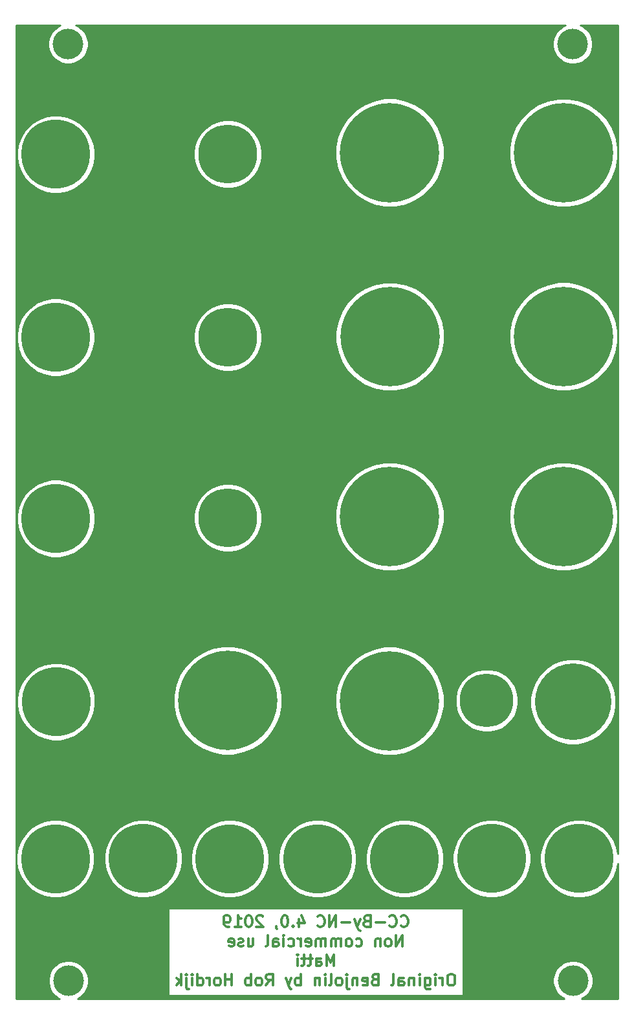
<source format=gbr>
G04 #@! TF.GenerationSoftware,KiCad,Pcbnew,(5.1.4-0-10_14)*
G04 #@! TF.CreationDate,2019-10-29T14:06:04+01:00*
G04 #@! TF.ProjectId,benjolin_panel3,62656e6a-6f6c-4696-9e5f-70616e656c33,rev?*
G04 #@! TF.SameCoordinates,Original*
G04 #@! TF.FileFunction,Copper,L2,Bot*
G04 #@! TF.FilePolarity,Positive*
%FSLAX46Y46*%
G04 Gerber Fmt 4.6, Leading zero omitted, Abs format (unit mm)*
G04 Created by KiCad (PCBNEW (5.1.4-0-10_14)) date 2019-10-29 14:06:04*
%MOMM*%
%LPD*%
G04 APERTURE LIST*
%ADD10C,0.300000*%
%ADD11C,10.000000*%
%ADD12C,7.000000*%
%ADD13C,13.000000*%
%ADD14C,9.000000*%
%ADD15C,7.700000*%
%ADD16C,4.000000*%
%ADD17C,0.254000*%
G04 APERTURE END LIST*
D10*
X159478857Y-159143714D02*
X159550285Y-159215142D01*
X159764571Y-159286571D01*
X159907428Y-159286571D01*
X160121714Y-159215142D01*
X160264571Y-159072285D01*
X160336000Y-158929428D01*
X160407428Y-158643714D01*
X160407428Y-158429428D01*
X160336000Y-158143714D01*
X160264571Y-158000857D01*
X160121714Y-157858000D01*
X159907428Y-157786571D01*
X159764571Y-157786571D01*
X159550285Y-157858000D01*
X159478857Y-157929428D01*
X157978857Y-159143714D02*
X158050285Y-159215142D01*
X158264571Y-159286571D01*
X158407428Y-159286571D01*
X158621714Y-159215142D01*
X158764571Y-159072285D01*
X158836000Y-158929428D01*
X158907428Y-158643714D01*
X158907428Y-158429428D01*
X158836000Y-158143714D01*
X158764571Y-158000857D01*
X158621714Y-157858000D01*
X158407428Y-157786571D01*
X158264571Y-157786571D01*
X158050285Y-157858000D01*
X157978857Y-157929428D01*
X157336000Y-158715142D02*
X156193142Y-158715142D01*
X154978857Y-158500857D02*
X154764571Y-158572285D01*
X154693142Y-158643714D01*
X154621714Y-158786571D01*
X154621714Y-159000857D01*
X154693142Y-159143714D01*
X154764571Y-159215142D01*
X154907428Y-159286571D01*
X155478857Y-159286571D01*
X155478857Y-157786571D01*
X154978857Y-157786571D01*
X154836000Y-157858000D01*
X154764571Y-157929428D01*
X154693142Y-158072285D01*
X154693142Y-158215142D01*
X154764571Y-158358000D01*
X154836000Y-158429428D01*
X154978857Y-158500857D01*
X155478857Y-158500857D01*
X154121714Y-158286571D02*
X153764571Y-159286571D01*
X153407428Y-158286571D02*
X153764571Y-159286571D01*
X153907428Y-159643714D01*
X153978857Y-159715142D01*
X154121714Y-159786571D01*
X152836000Y-158715142D02*
X151693142Y-158715142D01*
X150978857Y-159286571D02*
X150978857Y-157786571D01*
X150121714Y-159286571D01*
X150121714Y-157786571D01*
X148550285Y-159143714D02*
X148621714Y-159215142D01*
X148836000Y-159286571D01*
X148978857Y-159286571D01*
X149193142Y-159215142D01*
X149336000Y-159072285D01*
X149407428Y-158929428D01*
X149478857Y-158643714D01*
X149478857Y-158429428D01*
X149407428Y-158143714D01*
X149336000Y-158000857D01*
X149193142Y-157858000D01*
X148978857Y-157786571D01*
X148836000Y-157786571D01*
X148621714Y-157858000D01*
X148550285Y-157929428D01*
X146121714Y-158286571D02*
X146121714Y-159286571D01*
X146478857Y-157715142D02*
X146836000Y-158786571D01*
X145907428Y-158786571D01*
X145336000Y-159143714D02*
X145264571Y-159215142D01*
X145336000Y-159286571D01*
X145407428Y-159215142D01*
X145336000Y-159143714D01*
X145336000Y-159286571D01*
X144336000Y-157786571D02*
X144193142Y-157786571D01*
X144050285Y-157858000D01*
X143978857Y-157929428D01*
X143907428Y-158072285D01*
X143836000Y-158358000D01*
X143836000Y-158715142D01*
X143907428Y-159000857D01*
X143978857Y-159143714D01*
X144050285Y-159215142D01*
X144193142Y-159286571D01*
X144336000Y-159286571D01*
X144478857Y-159215142D01*
X144550285Y-159143714D01*
X144621714Y-159000857D01*
X144693142Y-158715142D01*
X144693142Y-158358000D01*
X144621714Y-158072285D01*
X144550285Y-157929428D01*
X144478857Y-157858000D01*
X144336000Y-157786571D01*
X143121714Y-159215142D02*
X143121714Y-159286571D01*
X143193142Y-159429428D01*
X143264571Y-159500857D01*
X141407428Y-157929428D02*
X141336000Y-157858000D01*
X141193142Y-157786571D01*
X140836000Y-157786571D01*
X140693142Y-157858000D01*
X140621714Y-157929428D01*
X140550285Y-158072285D01*
X140550285Y-158215142D01*
X140621714Y-158429428D01*
X141478857Y-159286571D01*
X140550285Y-159286571D01*
X139621714Y-157786571D02*
X139478857Y-157786571D01*
X139336000Y-157858000D01*
X139264571Y-157929428D01*
X139193142Y-158072285D01*
X139121714Y-158358000D01*
X139121714Y-158715142D01*
X139193142Y-159000857D01*
X139264571Y-159143714D01*
X139336000Y-159215142D01*
X139478857Y-159286571D01*
X139621714Y-159286571D01*
X139764571Y-159215142D01*
X139836000Y-159143714D01*
X139907428Y-159000857D01*
X139978857Y-158715142D01*
X139978857Y-158358000D01*
X139907428Y-158072285D01*
X139836000Y-157929428D01*
X139764571Y-157858000D01*
X139621714Y-157786571D01*
X137693142Y-159286571D02*
X138550285Y-159286571D01*
X138121714Y-159286571D02*
X138121714Y-157786571D01*
X138264571Y-158000857D01*
X138407428Y-158143714D01*
X138550285Y-158215142D01*
X136978857Y-159286571D02*
X136693142Y-159286571D01*
X136550285Y-159215142D01*
X136478857Y-159143714D01*
X136336000Y-158929428D01*
X136264571Y-158643714D01*
X136264571Y-158072285D01*
X136336000Y-157929428D01*
X136407428Y-157858000D01*
X136550285Y-157786571D01*
X136836000Y-157786571D01*
X136978857Y-157858000D01*
X137050285Y-157929428D01*
X137121714Y-158072285D01*
X137121714Y-158429428D01*
X137050285Y-158572285D01*
X136978857Y-158643714D01*
X136836000Y-158715142D01*
X136550285Y-158715142D01*
X136407428Y-158643714D01*
X136336000Y-158572285D01*
X136264571Y-158429428D01*
X159693142Y-161836571D02*
X159693142Y-160336571D01*
X158836000Y-161836571D01*
X158836000Y-160336571D01*
X157907428Y-161836571D02*
X158050285Y-161765142D01*
X158121714Y-161693714D01*
X158193142Y-161550857D01*
X158193142Y-161122285D01*
X158121714Y-160979428D01*
X158050285Y-160908000D01*
X157907428Y-160836571D01*
X157693142Y-160836571D01*
X157550285Y-160908000D01*
X157478857Y-160979428D01*
X157407428Y-161122285D01*
X157407428Y-161550857D01*
X157478857Y-161693714D01*
X157550285Y-161765142D01*
X157693142Y-161836571D01*
X157907428Y-161836571D01*
X156764571Y-160836571D02*
X156764571Y-161836571D01*
X156764571Y-160979428D02*
X156693142Y-160908000D01*
X156550285Y-160836571D01*
X156336000Y-160836571D01*
X156193142Y-160908000D01*
X156121714Y-161050857D01*
X156121714Y-161836571D01*
X153621714Y-161765142D02*
X153764571Y-161836571D01*
X154050285Y-161836571D01*
X154193142Y-161765142D01*
X154264571Y-161693714D01*
X154336000Y-161550857D01*
X154336000Y-161122285D01*
X154264571Y-160979428D01*
X154193142Y-160908000D01*
X154050285Y-160836571D01*
X153764571Y-160836571D01*
X153621714Y-160908000D01*
X152764571Y-161836571D02*
X152907428Y-161765142D01*
X152978857Y-161693714D01*
X153050285Y-161550857D01*
X153050285Y-161122285D01*
X152978857Y-160979428D01*
X152907428Y-160908000D01*
X152764571Y-160836571D01*
X152550285Y-160836571D01*
X152407428Y-160908000D01*
X152336000Y-160979428D01*
X152264571Y-161122285D01*
X152264571Y-161550857D01*
X152336000Y-161693714D01*
X152407428Y-161765142D01*
X152550285Y-161836571D01*
X152764571Y-161836571D01*
X151621714Y-161836571D02*
X151621714Y-160836571D01*
X151621714Y-160979428D02*
X151550285Y-160908000D01*
X151407428Y-160836571D01*
X151193142Y-160836571D01*
X151050285Y-160908000D01*
X150978857Y-161050857D01*
X150978857Y-161836571D01*
X150978857Y-161050857D02*
X150907428Y-160908000D01*
X150764571Y-160836571D01*
X150550285Y-160836571D01*
X150407428Y-160908000D01*
X150336000Y-161050857D01*
X150336000Y-161836571D01*
X149621714Y-161836571D02*
X149621714Y-160836571D01*
X149621714Y-160979428D02*
X149550285Y-160908000D01*
X149407428Y-160836571D01*
X149193142Y-160836571D01*
X149050285Y-160908000D01*
X148978857Y-161050857D01*
X148978857Y-161836571D01*
X148978857Y-161050857D02*
X148907428Y-160908000D01*
X148764571Y-160836571D01*
X148550285Y-160836571D01*
X148407428Y-160908000D01*
X148336000Y-161050857D01*
X148336000Y-161836571D01*
X147050285Y-161765142D02*
X147193142Y-161836571D01*
X147478857Y-161836571D01*
X147621714Y-161765142D01*
X147693142Y-161622285D01*
X147693142Y-161050857D01*
X147621714Y-160908000D01*
X147478857Y-160836571D01*
X147193142Y-160836571D01*
X147050285Y-160908000D01*
X146978857Y-161050857D01*
X146978857Y-161193714D01*
X147693142Y-161336571D01*
X146336000Y-161836571D02*
X146336000Y-160836571D01*
X146336000Y-161122285D02*
X146264571Y-160979428D01*
X146193142Y-160908000D01*
X146050285Y-160836571D01*
X145907428Y-160836571D01*
X144764571Y-161765142D02*
X144907428Y-161836571D01*
X145193142Y-161836571D01*
X145336000Y-161765142D01*
X145407428Y-161693714D01*
X145478857Y-161550857D01*
X145478857Y-161122285D01*
X145407428Y-160979428D01*
X145336000Y-160908000D01*
X145193142Y-160836571D01*
X144907428Y-160836571D01*
X144764571Y-160908000D01*
X144121714Y-161836571D02*
X144121714Y-160836571D01*
X144121714Y-160336571D02*
X144193142Y-160408000D01*
X144121714Y-160479428D01*
X144050285Y-160408000D01*
X144121714Y-160336571D01*
X144121714Y-160479428D01*
X142764571Y-161836571D02*
X142764571Y-161050857D01*
X142836000Y-160908000D01*
X142978857Y-160836571D01*
X143264571Y-160836571D01*
X143407428Y-160908000D01*
X142764571Y-161765142D02*
X142907428Y-161836571D01*
X143264571Y-161836571D01*
X143407428Y-161765142D01*
X143478857Y-161622285D01*
X143478857Y-161479428D01*
X143407428Y-161336571D01*
X143264571Y-161265142D01*
X142907428Y-161265142D01*
X142764571Y-161193714D01*
X141836000Y-161836571D02*
X141978857Y-161765142D01*
X142050285Y-161622285D01*
X142050285Y-160336571D01*
X139478857Y-160836571D02*
X139478857Y-161836571D01*
X140121714Y-160836571D02*
X140121714Y-161622285D01*
X140050285Y-161765142D01*
X139907428Y-161836571D01*
X139693142Y-161836571D01*
X139550285Y-161765142D01*
X139478857Y-161693714D01*
X138836000Y-161765142D02*
X138693142Y-161836571D01*
X138407428Y-161836571D01*
X138264571Y-161765142D01*
X138193142Y-161622285D01*
X138193142Y-161550857D01*
X138264571Y-161408000D01*
X138407428Y-161336571D01*
X138621714Y-161336571D01*
X138764571Y-161265142D01*
X138836000Y-161122285D01*
X138836000Y-161050857D01*
X138764571Y-160908000D01*
X138621714Y-160836571D01*
X138407428Y-160836571D01*
X138264571Y-160908000D01*
X136978857Y-161765142D02*
X137121714Y-161836571D01*
X137407428Y-161836571D01*
X137550285Y-161765142D01*
X137621714Y-161622285D01*
X137621714Y-161050857D01*
X137550285Y-160908000D01*
X137407428Y-160836571D01*
X137121714Y-160836571D01*
X136978857Y-160908000D01*
X136907428Y-161050857D01*
X136907428Y-161193714D01*
X137621714Y-161336571D01*
X150728857Y-164386571D02*
X150728857Y-162886571D01*
X150228857Y-163958000D01*
X149728857Y-162886571D01*
X149728857Y-164386571D01*
X148371714Y-164386571D02*
X148371714Y-163600857D01*
X148443142Y-163458000D01*
X148586000Y-163386571D01*
X148871714Y-163386571D01*
X149014571Y-163458000D01*
X148371714Y-164315142D02*
X148514571Y-164386571D01*
X148871714Y-164386571D01*
X149014571Y-164315142D01*
X149086000Y-164172285D01*
X149086000Y-164029428D01*
X149014571Y-163886571D01*
X148871714Y-163815142D01*
X148514571Y-163815142D01*
X148371714Y-163743714D01*
X147871714Y-163386571D02*
X147300285Y-163386571D01*
X147657428Y-162886571D02*
X147657428Y-164172285D01*
X147586000Y-164315142D01*
X147443142Y-164386571D01*
X147300285Y-164386571D01*
X147014571Y-163386571D02*
X146443142Y-163386571D01*
X146800285Y-162886571D02*
X146800285Y-164172285D01*
X146728857Y-164315142D01*
X146586000Y-164386571D01*
X146443142Y-164386571D01*
X145943142Y-164386571D02*
X145943142Y-163386571D01*
X145943142Y-162886571D02*
X146014571Y-162958000D01*
X145943142Y-163029428D01*
X145871714Y-162958000D01*
X145943142Y-162886571D01*
X145943142Y-163029428D01*
X166193142Y-165436571D02*
X165907428Y-165436571D01*
X165764571Y-165508000D01*
X165621714Y-165650857D01*
X165550285Y-165936571D01*
X165550285Y-166436571D01*
X165621714Y-166722285D01*
X165764571Y-166865142D01*
X165907428Y-166936571D01*
X166193142Y-166936571D01*
X166336000Y-166865142D01*
X166478857Y-166722285D01*
X166550285Y-166436571D01*
X166550285Y-165936571D01*
X166478857Y-165650857D01*
X166336000Y-165508000D01*
X166193142Y-165436571D01*
X164907428Y-166936571D02*
X164907428Y-165936571D01*
X164907428Y-166222285D02*
X164836000Y-166079428D01*
X164764571Y-166008000D01*
X164621714Y-165936571D01*
X164478857Y-165936571D01*
X163978857Y-166936571D02*
X163978857Y-165936571D01*
X163978857Y-165436571D02*
X164050285Y-165508000D01*
X163978857Y-165579428D01*
X163907428Y-165508000D01*
X163978857Y-165436571D01*
X163978857Y-165579428D01*
X162621714Y-165936571D02*
X162621714Y-167150857D01*
X162693142Y-167293714D01*
X162764571Y-167365142D01*
X162907428Y-167436571D01*
X163121714Y-167436571D01*
X163264571Y-167365142D01*
X162621714Y-166865142D02*
X162764571Y-166936571D01*
X163050285Y-166936571D01*
X163193142Y-166865142D01*
X163264571Y-166793714D01*
X163336000Y-166650857D01*
X163336000Y-166222285D01*
X163264571Y-166079428D01*
X163193142Y-166008000D01*
X163050285Y-165936571D01*
X162764571Y-165936571D01*
X162621714Y-166008000D01*
X161907428Y-166936571D02*
X161907428Y-165936571D01*
X161907428Y-165436571D02*
X161978857Y-165508000D01*
X161907428Y-165579428D01*
X161836000Y-165508000D01*
X161907428Y-165436571D01*
X161907428Y-165579428D01*
X161193142Y-165936571D02*
X161193142Y-166936571D01*
X161193142Y-166079428D02*
X161121714Y-166008000D01*
X160978857Y-165936571D01*
X160764571Y-165936571D01*
X160621714Y-166008000D01*
X160550285Y-166150857D01*
X160550285Y-166936571D01*
X159193142Y-166936571D02*
X159193142Y-166150857D01*
X159264571Y-166008000D01*
X159407428Y-165936571D01*
X159693142Y-165936571D01*
X159836000Y-166008000D01*
X159193142Y-166865142D02*
X159336000Y-166936571D01*
X159693142Y-166936571D01*
X159836000Y-166865142D01*
X159907428Y-166722285D01*
X159907428Y-166579428D01*
X159836000Y-166436571D01*
X159693142Y-166365142D01*
X159336000Y-166365142D01*
X159193142Y-166293714D01*
X158264571Y-166936571D02*
X158407428Y-166865142D01*
X158478857Y-166722285D01*
X158478857Y-165436571D01*
X156050285Y-166150857D02*
X155836000Y-166222285D01*
X155764571Y-166293714D01*
X155693142Y-166436571D01*
X155693142Y-166650857D01*
X155764571Y-166793714D01*
X155836000Y-166865142D01*
X155978857Y-166936571D01*
X156550285Y-166936571D01*
X156550285Y-165436571D01*
X156050285Y-165436571D01*
X155907428Y-165508000D01*
X155836000Y-165579428D01*
X155764571Y-165722285D01*
X155764571Y-165865142D01*
X155836000Y-166008000D01*
X155907428Y-166079428D01*
X156050285Y-166150857D01*
X156550285Y-166150857D01*
X154478857Y-166865142D02*
X154621714Y-166936571D01*
X154907428Y-166936571D01*
X155050285Y-166865142D01*
X155121714Y-166722285D01*
X155121714Y-166150857D01*
X155050285Y-166008000D01*
X154907428Y-165936571D01*
X154621714Y-165936571D01*
X154478857Y-166008000D01*
X154407428Y-166150857D01*
X154407428Y-166293714D01*
X155121714Y-166436571D01*
X153764571Y-165936571D02*
X153764571Y-166936571D01*
X153764571Y-166079428D02*
X153693142Y-166008000D01*
X153550285Y-165936571D01*
X153336000Y-165936571D01*
X153193142Y-166008000D01*
X153121714Y-166150857D01*
X153121714Y-166936571D01*
X152407428Y-165936571D02*
X152407428Y-167222285D01*
X152478857Y-167365142D01*
X152621714Y-167436571D01*
X152693142Y-167436571D01*
X152407428Y-165436571D02*
X152478857Y-165508000D01*
X152407428Y-165579428D01*
X152336000Y-165508000D01*
X152407428Y-165436571D01*
X152407428Y-165579428D01*
X151478857Y-166936571D02*
X151621714Y-166865142D01*
X151693142Y-166793714D01*
X151764571Y-166650857D01*
X151764571Y-166222285D01*
X151693142Y-166079428D01*
X151621714Y-166008000D01*
X151478857Y-165936571D01*
X151264571Y-165936571D01*
X151121714Y-166008000D01*
X151050285Y-166079428D01*
X150978857Y-166222285D01*
X150978857Y-166650857D01*
X151050285Y-166793714D01*
X151121714Y-166865142D01*
X151264571Y-166936571D01*
X151478857Y-166936571D01*
X150121714Y-166936571D02*
X150264571Y-166865142D01*
X150336000Y-166722285D01*
X150336000Y-165436571D01*
X149550285Y-166936571D02*
X149550285Y-165936571D01*
X149550285Y-165436571D02*
X149621714Y-165508000D01*
X149550285Y-165579428D01*
X149478857Y-165508000D01*
X149550285Y-165436571D01*
X149550285Y-165579428D01*
X148836000Y-165936571D02*
X148836000Y-166936571D01*
X148836000Y-166079428D02*
X148764571Y-166008000D01*
X148621714Y-165936571D01*
X148407428Y-165936571D01*
X148264571Y-166008000D01*
X148193142Y-166150857D01*
X148193142Y-166936571D01*
X146336000Y-166936571D02*
X146336000Y-165436571D01*
X146336000Y-166008000D02*
X146193142Y-165936571D01*
X145907428Y-165936571D01*
X145764571Y-166008000D01*
X145693142Y-166079428D01*
X145621714Y-166222285D01*
X145621714Y-166650857D01*
X145693142Y-166793714D01*
X145764571Y-166865142D01*
X145907428Y-166936571D01*
X146193142Y-166936571D01*
X146336000Y-166865142D01*
X145121714Y-165936571D02*
X144764571Y-166936571D01*
X144407428Y-165936571D02*
X144764571Y-166936571D01*
X144907428Y-167293714D01*
X144978857Y-167365142D01*
X145121714Y-167436571D01*
X141836000Y-166936571D02*
X142336000Y-166222285D01*
X142693142Y-166936571D02*
X142693142Y-165436571D01*
X142121714Y-165436571D01*
X141978857Y-165508000D01*
X141907428Y-165579428D01*
X141836000Y-165722285D01*
X141836000Y-165936571D01*
X141907428Y-166079428D01*
X141978857Y-166150857D01*
X142121714Y-166222285D01*
X142693142Y-166222285D01*
X140978857Y-166936571D02*
X141121714Y-166865142D01*
X141193142Y-166793714D01*
X141264571Y-166650857D01*
X141264571Y-166222285D01*
X141193142Y-166079428D01*
X141121714Y-166008000D01*
X140978857Y-165936571D01*
X140764571Y-165936571D01*
X140621714Y-166008000D01*
X140550285Y-166079428D01*
X140478857Y-166222285D01*
X140478857Y-166650857D01*
X140550285Y-166793714D01*
X140621714Y-166865142D01*
X140764571Y-166936571D01*
X140978857Y-166936571D01*
X139836000Y-166936571D02*
X139836000Y-165436571D01*
X139836000Y-166008000D02*
X139693142Y-165936571D01*
X139407428Y-165936571D01*
X139264571Y-166008000D01*
X139193142Y-166079428D01*
X139121714Y-166222285D01*
X139121714Y-166650857D01*
X139193142Y-166793714D01*
X139264571Y-166865142D01*
X139407428Y-166936571D01*
X139693142Y-166936571D01*
X139836000Y-166865142D01*
X137336000Y-166936571D02*
X137336000Y-165436571D01*
X137336000Y-166150857D02*
X136478857Y-166150857D01*
X136478857Y-166936571D02*
X136478857Y-165436571D01*
X135550285Y-166936571D02*
X135693142Y-166865142D01*
X135764571Y-166793714D01*
X135836000Y-166650857D01*
X135836000Y-166222285D01*
X135764571Y-166079428D01*
X135693142Y-166008000D01*
X135550285Y-165936571D01*
X135336000Y-165936571D01*
X135193142Y-166008000D01*
X135121714Y-166079428D01*
X135050285Y-166222285D01*
X135050285Y-166650857D01*
X135121714Y-166793714D01*
X135193142Y-166865142D01*
X135336000Y-166936571D01*
X135550285Y-166936571D01*
X134407428Y-166936571D02*
X134407428Y-165936571D01*
X134407428Y-166222285D02*
X134336000Y-166079428D01*
X134264571Y-166008000D01*
X134121714Y-165936571D01*
X133978857Y-165936571D01*
X132836000Y-166936571D02*
X132836000Y-165436571D01*
X132836000Y-166865142D02*
X132978857Y-166936571D01*
X133264571Y-166936571D01*
X133407428Y-166865142D01*
X133478857Y-166793714D01*
X133550285Y-166650857D01*
X133550285Y-166222285D01*
X133478857Y-166079428D01*
X133407428Y-166008000D01*
X133264571Y-165936571D01*
X132978857Y-165936571D01*
X132836000Y-166008000D01*
X132121714Y-166936571D02*
X132121714Y-165936571D01*
X132121714Y-165436571D02*
X132193142Y-165508000D01*
X132121714Y-165579428D01*
X132050285Y-165508000D01*
X132121714Y-165436571D01*
X132121714Y-165579428D01*
X131407428Y-165936571D02*
X131407428Y-167222285D01*
X131478857Y-167365142D01*
X131621714Y-167436571D01*
X131693142Y-167436571D01*
X131407428Y-165436571D02*
X131478857Y-165508000D01*
X131407428Y-165579428D01*
X131336000Y-165508000D01*
X131407428Y-165436571D01*
X131407428Y-165579428D01*
X130693142Y-166936571D02*
X130693142Y-165436571D01*
X130550285Y-166365142D02*
X130121714Y-166936571D01*
X130121714Y-165936571D02*
X130693142Y-166508000D01*
D11*
X181980843Y-129848557D03*
D12*
X170703525Y-129679291D03*
D13*
X180753668Y-58016469D03*
X180753668Y-82031025D03*
X180753668Y-105601260D03*
X158008603Y-57995310D03*
X158029762Y-82052185D03*
X158008603Y-105580104D03*
X136786931Y-129679291D03*
X158008603Y-129700450D03*
D14*
X114253446Y-150350854D03*
X182784856Y-150329694D03*
X171338271Y-150329694D03*
X159955159Y-150350854D03*
X148550887Y-150372013D03*
X137083143Y-150350854D03*
X125742350Y-150329694D03*
X114338078Y-129827400D03*
X114316921Y-105855160D03*
X114295762Y-82157975D03*
X114316921Y-58206891D03*
D15*
X136829246Y-58164575D03*
X136808087Y-82136816D03*
X136808087Y-105770525D03*
D16*
X115946103Y-166304135D03*
X181980843Y-166282979D03*
X181959687Y-43798157D03*
X115924943Y-43777000D03*
D17*
G36*
X114676802Y-41441893D02*
G01*
X114245228Y-41730262D01*
X113878205Y-42097285D01*
X113589836Y-42528859D01*
X113391204Y-43008399D01*
X113289943Y-43517475D01*
X113289943Y-44036525D01*
X113391204Y-44545601D01*
X113589836Y-45025141D01*
X113878205Y-45456715D01*
X114245228Y-45823738D01*
X114676802Y-46112107D01*
X115156342Y-46310739D01*
X115665418Y-46412000D01*
X116184468Y-46412000D01*
X116693544Y-46310739D01*
X117173084Y-46112107D01*
X117604658Y-45823738D01*
X117971681Y-45456715D01*
X118260050Y-45025141D01*
X118458682Y-44545601D01*
X118559943Y-44036525D01*
X118559943Y-43517475D01*
X118458682Y-43008399D01*
X118260050Y-42528859D01*
X117971681Y-42097285D01*
X117604658Y-41730262D01*
X117173084Y-41441893D01*
X116942302Y-41346300D01*
X180993405Y-41346300D01*
X180711546Y-41463050D01*
X180279972Y-41751419D01*
X179912949Y-42118442D01*
X179624580Y-42550016D01*
X179425948Y-43029556D01*
X179324687Y-43538632D01*
X179324687Y-44057682D01*
X179425948Y-44566758D01*
X179624580Y-45046298D01*
X179912949Y-45477872D01*
X180279972Y-45844895D01*
X180711546Y-46133264D01*
X181191086Y-46331896D01*
X181700162Y-46433157D01*
X182219212Y-46433157D01*
X182728288Y-46331896D01*
X183207828Y-46133264D01*
X183639402Y-45844895D01*
X184006425Y-45477872D01*
X184294794Y-45046298D01*
X184493426Y-44566758D01*
X184594687Y-44057682D01*
X184594687Y-43538632D01*
X184493426Y-43029556D01*
X184294794Y-42550016D01*
X184006425Y-42118442D01*
X183639402Y-41751419D01*
X183207828Y-41463050D01*
X182925969Y-41346300D01*
X187898400Y-41346300D01*
X187898401Y-149716079D01*
X187722521Y-148831870D01*
X187335434Y-147897359D01*
X186773471Y-147056322D01*
X186058228Y-146341079D01*
X185217191Y-145779116D01*
X184282680Y-145392029D01*
X183290609Y-145194694D01*
X182279103Y-145194694D01*
X181287032Y-145392029D01*
X180352521Y-145779116D01*
X179511484Y-146341079D01*
X178796241Y-147056322D01*
X178234278Y-147897359D01*
X177847191Y-148831870D01*
X177649856Y-149823941D01*
X177649856Y-150835447D01*
X177847191Y-151827518D01*
X178234278Y-152762029D01*
X178796241Y-153603066D01*
X179511484Y-154318309D01*
X180352521Y-154880272D01*
X181287032Y-155267359D01*
X182279103Y-155464694D01*
X183290609Y-155464694D01*
X184282680Y-155267359D01*
X185217191Y-154880272D01*
X186058228Y-154318309D01*
X186773471Y-153603066D01*
X187335434Y-152762029D01*
X187722521Y-151827518D01*
X187898401Y-150943309D01*
X187898401Y-168660900D01*
X183125622Y-168660900D01*
X183228984Y-168618086D01*
X183660558Y-168329717D01*
X184027581Y-167962694D01*
X184315950Y-167531120D01*
X184514582Y-167051580D01*
X184615843Y-166542504D01*
X184615843Y-166023454D01*
X184514582Y-165514378D01*
X184315950Y-165034838D01*
X184027581Y-164603264D01*
X183660558Y-164236241D01*
X183228984Y-163947872D01*
X182749444Y-163749240D01*
X182240368Y-163647979D01*
X181721318Y-163647979D01*
X181212242Y-163749240D01*
X180732702Y-163947872D01*
X180301128Y-164236241D01*
X179934105Y-164603264D01*
X179645736Y-165034838D01*
X179447104Y-165514378D01*
X179345843Y-166023454D01*
X179345843Y-166542504D01*
X179447104Y-167051580D01*
X179645736Y-167531120D01*
X179934105Y-167962694D01*
X180301128Y-168329717D01*
X180732702Y-168618086D01*
X180836064Y-168660900D01*
X117141957Y-168660900D01*
X117194244Y-168639242D01*
X117625818Y-168350873D01*
X117992841Y-167983850D01*
X118281210Y-167552276D01*
X118479842Y-167072736D01*
X118581103Y-166563660D01*
X118581103Y-166044610D01*
X118479842Y-165535534D01*
X118281210Y-165055994D01*
X117992841Y-164624420D01*
X117625818Y-164257397D01*
X117194244Y-163969028D01*
X116714704Y-163770396D01*
X116205628Y-163669135D01*
X115686578Y-163669135D01*
X115177502Y-163770396D01*
X114697962Y-163969028D01*
X114266388Y-164257397D01*
X113899365Y-164624420D01*
X113610996Y-165055994D01*
X113412364Y-165535534D01*
X113311103Y-166044610D01*
X113311103Y-166563660D01*
X113412364Y-167072736D01*
X113610996Y-167552276D01*
X113899365Y-167983850D01*
X114266388Y-168350873D01*
X114697962Y-168639242D01*
X114750249Y-168660900D01*
X109103800Y-168660900D01*
X109103800Y-156818000D01*
X129051000Y-156818000D01*
X129051000Y-168288000D01*
X167621000Y-168288000D01*
X167621000Y-156818000D01*
X129051000Y-156818000D01*
X109103800Y-156818000D01*
X109103800Y-149845101D01*
X109118446Y-149845101D01*
X109118446Y-150856607D01*
X109315781Y-151848678D01*
X109702868Y-152783189D01*
X110264831Y-153624226D01*
X110980074Y-154339469D01*
X111821111Y-154901432D01*
X112755622Y-155288519D01*
X113747693Y-155485854D01*
X114759199Y-155485854D01*
X115751270Y-155288519D01*
X116685781Y-154901432D01*
X117526818Y-154339469D01*
X118242061Y-153624226D01*
X118804024Y-152783189D01*
X119191111Y-151848678D01*
X119388446Y-150856607D01*
X119388446Y-149845101D01*
X119384238Y-149823941D01*
X120607350Y-149823941D01*
X120607350Y-150835447D01*
X120804685Y-151827518D01*
X121191772Y-152762029D01*
X121753735Y-153603066D01*
X122468978Y-154318309D01*
X123310015Y-154880272D01*
X124244526Y-155267359D01*
X125236597Y-155464694D01*
X126248103Y-155464694D01*
X127240174Y-155267359D01*
X128174685Y-154880272D01*
X129015722Y-154318309D01*
X129730965Y-153603066D01*
X130292928Y-152762029D01*
X130680015Y-151827518D01*
X130877350Y-150835447D01*
X130877350Y-149845101D01*
X131948143Y-149845101D01*
X131948143Y-150856607D01*
X132145478Y-151848678D01*
X132532565Y-152783189D01*
X133094528Y-153624226D01*
X133809771Y-154339469D01*
X134650808Y-154901432D01*
X135585319Y-155288519D01*
X136577390Y-155485854D01*
X137588896Y-155485854D01*
X138580967Y-155288519D01*
X139515478Y-154901432D01*
X140356515Y-154339469D01*
X141071758Y-153624226D01*
X141633721Y-152783189D01*
X142020808Y-151848678D01*
X142218143Y-150856607D01*
X142218143Y-149866260D01*
X143415887Y-149866260D01*
X143415887Y-150877766D01*
X143613222Y-151869837D01*
X144000309Y-152804348D01*
X144562272Y-153645385D01*
X145277515Y-154360628D01*
X146118552Y-154922591D01*
X147053063Y-155309678D01*
X148045134Y-155507013D01*
X149056640Y-155507013D01*
X150048711Y-155309678D01*
X150983222Y-154922591D01*
X151824259Y-154360628D01*
X152539502Y-153645385D01*
X153101465Y-152804348D01*
X153488552Y-151869837D01*
X153685887Y-150877766D01*
X153685887Y-149866260D01*
X153681679Y-149845101D01*
X154820159Y-149845101D01*
X154820159Y-150856607D01*
X155017494Y-151848678D01*
X155404581Y-152783189D01*
X155966544Y-153624226D01*
X156681787Y-154339469D01*
X157522824Y-154901432D01*
X158457335Y-155288519D01*
X159449406Y-155485854D01*
X160460912Y-155485854D01*
X161452983Y-155288519D01*
X162387494Y-154901432D01*
X163228531Y-154339469D01*
X163943774Y-153624226D01*
X164505737Y-152783189D01*
X164892824Y-151848678D01*
X165090159Y-150856607D01*
X165090159Y-149845101D01*
X165085951Y-149823941D01*
X166203271Y-149823941D01*
X166203271Y-150835447D01*
X166400606Y-151827518D01*
X166787693Y-152762029D01*
X167349656Y-153603066D01*
X168064899Y-154318309D01*
X168905936Y-154880272D01*
X169840447Y-155267359D01*
X170832518Y-155464694D01*
X171844024Y-155464694D01*
X172836095Y-155267359D01*
X173770606Y-154880272D01*
X174611643Y-154318309D01*
X175326886Y-153603066D01*
X175888849Y-152762029D01*
X176275936Y-151827518D01*
X176473271Y-150835447D01*
X176473271Y-149823941D01*
X176275936Y-148831870D01*
X175888849Y-147897359D01*
X175326886Y-147056322D01*
X174611643Y-146341079D01*
X173770606Y-145779116D01*
X172836095Y-145392029D01*
X171844024Y-145194694D01*
X170832518Y-145194694D01*
X169840447Y-145392029D01*
X168905936Y-145779116D01*
X168064899Y-146341079D01*
X167349656Y-147056322D01*
X166787693Y-147897359D01*
X166400606Y-148831870D01*
X166203271Y-149823941D01*
X165085951Y-149823941D01*
X164892824Y-148853030D01*
X164505737Y-147918519D01*
X163943774Y-147077482D01*
X163228531Y-146362239D01*
X162387494Y-145800276D01*
X161452983Y-145413189D01*
X160460912Y-145215854D01*
X159449406Y-145215854D01*
X158457335Y-145413189D01*
X157522824Y-145800276D01*
X156681787Y-146362239D01*
X155966544Y-147077482D01*
X155404581Y-147918519D01*
X155017494Y-148853030D01*
X154820159Y-149845101D01*
X153681679Y-149845101D01*
X153488552Y-148874189D01*
X153101465Y-147939678D01*
X152539502Y-147098641D01*
X151824259Y-146383398D01*
X150983222Y-145821435D01*
X150048711Y-145434348D01*
X149056640Y-145237013D01*
X148045134Y-145237013D01*
X147053063Y-145434348D01*
X146118552Y-145821435D01*
X145277515Y-146383398D01*
X144562272Y-147098641D01*
X144000309Y-147939678D01*
X143613222Y-148874189D01*
X143415887Y-149866260D01*
X142218143Y-149866260D01*
X142218143Y-149845101D01*
X142020808Y-148853030D01*
X141633721Y-147918519D01*
X141071758Y-147077482D01*
X140356515Y-146362239D01*
X139515478Y-145800276D01*
X138580967Y-145413189D01*
X137588896Y-145215854D01*
X136577390Y-145215854D01*
X135585319Y-145413189D01*
X134650808Y-145800276D01*
X133809771Y-146362239D01*
X133094528Y-147077482D01*
X132532565Y-147918519D01*
X132145478Y-148853030D01*
X131948143Y-149845101D01*
X130877350Y-149845101D01*
X130877350Y-149823941D01*
X130680015Y-148831870D01*
X130292928Y-147897359D01*
X129730965Y-147056322D01*
X129015722Y-146341079D01*
X128174685Y-145779116D01*
X127240174Y-145392029D01*
X126248103Y-145194694D01*
X125236597Y-145194694D01*
X124244526Y-145392029D01*
X123310015Y-145779116D01*
X122468978Y-146341079D01*
X121753735Y-147056322D01*
X121191772Y-147897359D01*
X120804685Y-148831870D01*
X120607350Y-149823941D01*
X119384238Y-149823941D01*
X119191111Y-148853030D01*
X118804024Y-147918519D01*
X118242061Y-147077482D01*
X117526818Y-146362239D01*
X116685781Y-145800276D01*
X115751270Y-145413189D01*
X114759199Y-145215854D01*
X113747693Y-145215854D01*
X112755622Y-145413189D01*
X111821111Y-145800276D01*
X110980074Y-146362239D01*
X110264831Y-147077482D01*
X109702868Y-147918519D01*
X109315781Y-148853030D01*
X109118446Y-149845101D01*
X109103800Y-149845101D01*
X109103800Y-129321647D01*
X109203078Y-129321647D01*
X109203078Y-130333153D01*
X109400413Y-131325224D01*
X109787500Y-132259735D01*
X110349463Y-133100772D01*
X111064706Y-133816015D01*
X111905743Y-134377978D01*
X112840254Y-134765065D01*
X113832325Y-134962400D01*
X114843831Y-134962400D01*
X115835902Y-134765065D01*
X116770413Y-134377978D01*
X117611450Y-133816015D01*
X118326693Y-133100772D01*
X118888656Y-132259735D01*
X119275743Y-131325224D01*
X119473078Y-130333153D01*
X119473078Y-129321647D01*
X119404435Y-128976555D01*
X129651931Y-128976555D01*
X129651931Y-130382027D01*
X129926125Y-131760494D01*
X130463976Y-133058981D01*
X131244815Y-134227588D01*
X132238634Y-135221407D01*
X133407241Y-136002246D01*
X134705728Y-136540097D01*
X136084195Y-136814291D01*
X137489667Y-136814291D01*
X138868134Y-136540097D01*
X140166621Y-136002246D01*
X141335228Y-135221407D01*
X142329047Y-134227588D01*
X143109886Y-133058981D01*
X143647737Y-131760494D01*
X143921931Y-130382027D01*
X143921931Y-128997714D01*
X150873603Y-128997714D01*
X150873603Y-130403186D01*
X151147797Y-131781653D01*
X151685648Y-133080140D01*
X152466487Y-134248747D01*
X153460306Y-135242566D01*
X154628913Y-136023405D01*
X155927400Y-136561256D01*
X157305867Y-136835450D01*
X158711339Y-136835450D01*
X160089806Y-136561256D01*
X161388293Y-136023405D01*
X162556900Y-135242566D01*
X163550719Y-134248747D01*
X164331558Y-133080140D01*
X164869409Y-131781653D01*
X165143603Y-130403186D01*
X165143603Y-129272029D01*
X166568525Y-129272029D01*
X166568525Y-130086553D01*
X166727431Y-130885426D01*
X167039136Y-131637948D01*
X167491661Y-132315200D01*
X168067616Y-132891155D01*
X168744868Y-133343680D01*
X169497390Y-133655385D01*
X170296263Y-133814291D01*
X171110787Y-133814291D01*
X171909660Y-133655385D01*
X172662182Y-133343680D01*
X173339434Y-132891155D01*
X173915389Y-132315200D01*
X174367914Y-131637948D01*
X174679619Y-130885426D01*
X174838525Y-130086553D01*
X174838525Y-129293558D01*
X176345843Y-129293558D01*
X176345843Y-130403556D01*
X176562393Y-131492226D01*
X176987171Y-132517730D01*
X177603853Y-133440660D01*
X178388740Y-134225547D01*
X179311670Y-134842229D01*
X180337174Y-135267007D01*
X181425844Y-135483557D01*
X182535842Y-135483557D01*
X183624512Y-135267007D01*
X184650016Y-134842229D01*
X185572946Y-134225547D01*
X186357833Y-133440660D01*
X186974515Y-132517730D01*
X187399293Y-131492226D01*
X187615843Y-130403556D01*
X187615843Y-129293558D01*
X187399293Y-128204888D01*
X186974515Y-127179384D01*
X186357833Y-126256454D01*
X185572946Y-125471567D01*
X184650016Y-124854885D01*
X183624512Y-124430107D01*
X182535842Y-124213557D01*
X181425844Y-124213557D01*
X180337174Y-124430107D01*
X179311670Y-124854885D01*
X178388740Y-125471567D01*
X177603853Y-126256454D01*
X176987171Y-127179384D01*
X176562393Y-128204888D01*
X176345843Y-129293558D01*
X174838525Y-129293558D01*
X174838525Y-129272029D01*
X174679619Y-128473156D01*
X174367914Y-127720634D01*
X173915389Y-127043382D01*
X173339434Y-126467427D01*
X172662182Y-126014902D01*
X171909660Y-125703197D01*
X171110787Y-125544291D01*
X170296263Y-125544291D01*
X169497390Y-125703197D01*
X168744868Y-126014902D01*
X168067616Y-126467427D01*
X167491661Y-127043382D01*
X167039136Y-127720634D01*
X166727431Y-128473156D01*
X166568525Y-129272029D01*
X165143603Y-129272029D01*
X165143603Y-128997714D01*
X164869409Y-127619247D01*
X164331558Y-126320760D01*
X163550719Y-125152153D01*
X162556900Y-124158334D01*
X161388293Y-123377495D01*
X160089806Y-122839644D01*
X158711339Y-122565450D01*
X157305867Y-122565450D01*
X155927400Y-122839644D01*
X154628913Y-123377495D01*
X153460306Y-124158334D01*
X152466487Y-125152153D01*
X151685648Y-126320760D01*
X151147797Y-127619247D01*
X150873603Y-128997714D01*
X143921931Y-128997714D01*
X143921931Y-128976555D01*
X143647737Y-127598088D01*
X143109886Y-126299601D01*
X142329047Y-125130994D01*
X141335228Y-124137175D01*
X140166621Y-123356336D01*
X138868134Y-122818485D01*
X137489667Y-122544291D01*
X136084195Y-122544291D01*
X134705728Y-122818485D01*
X133407241Y-123356336D01*
X132238634Y-124137175D01*
X131244815Y-125130994D01*
X130463976Y-126299601D01*
X129926125Y-127598088D01*
X129651931Y-128976555D01*
X119404435Y-128976555D01*
X119275743Y-128329576D01*
X118888656Y-127395065D01*
X118326693Y-126554028D01*
X117611450Y-125838785D01*
X116770413Y-125276822D01*
X115835902Y-124889735D01*
X114843831Y-124692400D01*
X113832325Y-124692400D01*
X112840254Y-124889735D01*
X111905743Y-125276822D01*
X111064706Y-125838785D01*
X110349463Y-126554028D01*
X109787500Y-127395065D01*
X109400413Y-128329576D01*
X109203078Y-129321647D01*
X109103800Y-129321647D01*
X109103800Y-105349407D01*
X109181921Y-105349407D01*
X109181921Y-106360913D01*
X109379256Y-107352984D01*
X109766343Y-108287495D01*
X110328306Y-109128532D01*
X111043549Y-109843775D01*
X111884586Y-110405738D01*
X112819097Y-110792825D01*
X113811168Y-110990160D01*
X114822674Y-110990160D01*
X115814745Y-110792825D01*
X116749256Y-110405738D01*
X117590293Y-109843775D01*
X118305536Y-109128532D01*
X118867499Y-108287495D01*
X119254586Y-107352984D01*
X119451921Y-106360913D01*
X119451921Y-105349407D01*
X119447821Y-105328791D01*
X132323087Y-105328791D01*
X132323087Y-106212259D01*
X132495443Y-107078751D01*
X132833532Y-107894969D01*
X133324360Y-108629546D01*
X133949066Y-109254252D01*
X134683643Y-109745080D01*
X135499861Y-110083169D01*
X136366353Y-110255525D01*
X137249821Y-110255525D01*
X138116313Y-110083169D01*
X138932531Y-109745080D01*
X139667108Y-109254252D01*
X140291814Y-108629546D01*
X140782642Y-107894969D01*
X141120731Y-107078751D01*
X141293087Y-106212259D01*
X141293087Y-105328791D01*
X141203294Y-104877368D01*
X150873603Y-104877368D01*
X150873603Y-106282840D01*
X151147797Y-107661307D01*
X151685648Y-108959794D01*
X152466487Y-110128401D01*
X153460306Y-111122220D01*
X154628913Y-111903059D01*
X155927400Y-112440910D01*
X157305867Y-112715104D01*
X158711339Y-112715104D01*
X160089806Y-112440910D01*
X161388293Y-111903059D01*
X162556900Y-111122220D01*
X163550719Y-110128401D01*
X164331558Y-108959794D01*
X164869409Y-107661307D01*
X165143603Y-106282840D01*
X165143603Y-104898524D01*
X173618668Y-104898524D01*
X173618668Y-106303996D01*
X173892862Y-107682463D01*
X174430713Y-108980950D01*
X175211552Y-110149557D01*
X176205371Y-111143376D01*
X177373978Y-111924215D01*
X178672465Y-112462066D01*
X180050932Y-112736260D01*
X181456404Y-112736260D01*
X182834871Y-112462066D01*
X184133358Y-111924215D01*
X185301965Y-111143376D01*
X186295784Y-110149557D01*
X187076623Y-108980950D01*
X187614474Y-107682463D01*
X187888668Y-106303996D01*
X187888668Y-104898524D01*
X187614474Y-103520057D01*
X187076623Y-102221570D01*
X186295784Y-101052963D01*
X185301965Y-100059144D01*
X184133358Y-99278305D01*
X182834871Y-98740454D01*
X181456404Y-98466260D01*
X180050932Y-98466260D01*
X178672465Y-98740454D01*
X177373978Y-99278305D01*
X176205371Y-100059144D01*
X175211552Y-101052963D01*
X174430713Y-102221570D01*
X173892862Y-103520057D01*
X173618668Y-104898524D01*
X165143603Y-104898524D01*
X165143603Y-104877368D01*
X164869409Y-103498901D01*
X164331558Y-102200414D01*
X163550719Y-101031807D01*
X162556900Y-100037988D01*
X161388293Y-99257149D01*
X160089806Y-98719298D01*
X158711339Y-98445104D01*
X157305867Y-98445104D01*
X155927400Y-98719298D01*
X154628913Y-99257149D01*
X153460306Y-100037988D01*
X152466487Y-101031807D01*
X151685648Y-102200414D01*
X151147797Y-103498901D01*
X150873603Y-104877368D01*
X141203294Y-104877368D01*
X141120731Y-104462299D01*
X140782642Y-103646081D01*
X140291814Y-102911504D01*
X139667108Y-102286798D01*
X138932531Y-101795970D01*
X138116313Y-101457881D01*
X137249821Y-101285525D01*
X136366353Y-101285525D01*
X135499861Y-101457881D01*
X134683643Y-101795970D01*
X133949066Y-102286798D01*
X133324360Y-102911504D01*
X132833532Y-103646081D01*
X132495443Y-104462299D01*
X132323087Y-105328791D01*
X119447821Y-105328791D01*
X119254586Y-104357336D01*
X118867499Y-103422825D01*
X118305536Y-102581788D01*
X117590293Y-101866545D01*
X116749256Y-101304582D01*
X115814745Y-100917495D01*
X114822674Y-100720160D01*
X113811168Y-100720160D01*
X112819097Y-100917495D01*
X111884586Y-101304582D01*
X111043549Y-101866545D01*
X110328306Y-102581788D01*
X109766343Y-103422825D01*
X109379256Y-104357336D01*
X109181921Y-105349407D01*
X109103800Y-105349407D01*
X109103800Y-81652222D01*
X109160762Y-81652222D01*
X109160762Y-82663728D01*
X109358097Y-83655799D01*
X109745184Y-84590310D01*
X110307147Y-85431347D01*
X111022390Y-86146590D01*
X111863427Y-86708553D01*
X112797938Y-87095640D01*
X113790009Y-87292975D01*
X114801515Y-87292975D01*
X115793586Y-87095640D01*
X116728097Y-86708553D01*
X117569134Y-86146590D01*
X118284377Y-85431347D01*
X118846340Y-84590310D01*
X119233427Y-83655799D01*
X119430762Y-82663728D01*
X119430762Y-81695082D01*
X132323087Y-81695082D01*
X132323087Y-82578550D01*
X132495443Y-83445042D01*
X132833532Y-84261260D01*
X133324360Y-84995837D01*
X133949066Y-85620543D01*
X134683643Y-86111371D01*
X135499861Y-86449460D01*
X136366353Y-86621816D01*
X137249821Y-86621816D01*
X138116313Y-86449460D01*
X138932531Y-86111371D01*
X139667108Y-85620543D01*
X140291814Y-84995837D01*
X140782642Y-84261260D01*
X141120731Y-83445042D01*
X141293087Y-82578550D01*
X141293087Y-81695082D01*
X141224337Y-81349449D01*
X150894762Y-81349449D01*
X150894762Y-82754921D01*
X151168956Y-84133388D01*
X151706807Y-85431875D01*
X152487646Y-86600482D01*
X153481465Y-87594301D01*
X154650072Y-88375140D01*
X155948559Y-88912991D01*
X157327026Y-89187185D01*
X158732498Y-89187185D01*
X160110965Y-88912991D01*
X161409452Y-88375140D01*
X162578059Y-87594301D01*
X163571878Y-86600482D01*
X164352717Y-85431875D01*
X164890568Y-84133388D01*
X165164762Y-82754921D01*
X165164762Y-81349449D01*
X165160554Y-81328289D01*
X173618668Y-81328289D01*
X173618668Y-82733761D01*
X173892862Y-84112228D01*
X174430713Y-85410715D01*
X175211552Y-86579322D01*
X176205371Y-87573141D01*
X177373978Y-88353980D01*
X178672465Y-88891831D01*
X180050932Y-89166025D01*
X181456404Y-89166025D01*
X182834871Y-88891831D01*
X184133358Y-88353980D01*
X185301965Y-87573141D01*
X186295784Y-86579322D01*
X187076623Y-85410715D01*
X187614474Y-84112228D01*
X187888668Y-82733761D01*
X187888668Y-81328289D01*
X187614474Y-79949822D01*
X187076623Y-78651335D01*
X186295784Y-77482728D01*
X185301965Y-76488909D01*
X184133358Y-75708070D01*
X182834871Y-75170219D01*
X181456404Y-74896025D01*
X180050932Y-74896025D01*
X178672465Y-75170219D01*
X177373978Y-75708070D01*
X176205371Y-76488909D01*
X175211552Y-77482728D01*
X174430713Y-78651335D01*
X173892862Y-79949822D01*
X173618668Y-81328289D01*
X165160554Y-81328289D01*
X164890568Y-79970982D01*
X164352717Y-78672495D01*
X163571878Y-77503888D01*
X162578059Y-76510069D01*
X161409452Y-75729230D01*
X160110965Y-75191379D01*
X158732498Y-74917185D01*
X157327026Y-74917185D01*
X155948559Y-75191379D01*
X154650072Y-75729230D01*
X153481465Y-76510069D01*
X152487646Y-77503888D01*
X151706807Y-78672495D01*
X151168956Y-79970982D01*
X150894762Y-81349449D01*
X141224337Y-81349449D01*
X141120731Y-80828590D01*
X140782642Y-80012372D01*
X140291814Y-79277795D01*
X139667108Y-78653089D01*
X138932531Y-78162261D01*
X138116313Y-77824172D01*
X137249821Y-77651816D01*
X136366353Y-77651816D01*
X135499861Y-77824172D01*
X134683643Y-78162261D01*
X133949066Y-78653089D01*
X133324360Y-79277795D01*
X132833532Y-80012372D01*
X132495443Y-80828590D01*
X132323087Y-81695082D01*
X119430762Y-81695082D01*
X119430762Y-81652222D01*
X119233427Y-80660151D01*
X118846340Y-79725640D01*
X118284377Y-78884603D01*
X117569134Y-78169360D01*
X116728097Y-77607397D01*
X115793586Y-77220310D01*
X114801515Y-77022975D01*
X113790009Y-77022975D01*
X112797938Y-77220310D01*
X111863427Y-77607397D01*
X111022390Y-78169360D01*
X110307147Y-78884603D01*
X109745184Y-79725640D01*
X109358097Y-80660151D01*
X109160762Y-81652222D01*
X109103800Y-81652222D01*
X109103800Y-57701138D01*
X109181921Y-57701138D01*
X109181921Y-58712644D01*
X109379256Y-59704715D01*
X109766343Y-60639226D01*
X110328306Y-61480263D01*
X111043549Y-62195506D01*
X111884586Y-62757469D01*
X112819097Y-63144556D01*
X113811168Y-63341891D01*
X114822674Y-63341891D01*
X115814745Y-63144556D01*
X116749256Y-62757469D01*
X117590293Y-62195506D01*
X118305536Y-61480263D01*
X118867499Y-60639226D01*
X119254586Y-59704715D01*
X119451921Y-58712644D01*
X119451921Y-57722841D01*
X132344246Y-57722841D01*
X132344246Y-58606309D01*
X132516602Y-59472801D01*
X132854691Y-60289019D01*
X133345519Y-61023596D01*
X133970225Y-61648302D01*
X134704802Y-62139130D01*
X135521020Y-62477219D01*
X136387512Y-62649575D01*
X137270980Y-62649575D01*
X138137472Y-62477219D01*
X138953690Y-62139130D01*
X139688267Y-61648302D01*
X140312973Y-61023596D01*
X140803801Y-60289019D01*
X141141890Y-59472801D01*
X141314246Y-58606309D01*
X141314246Y-57722841D01*
X141228661Y-57292574D01*
X150873603Y-57292574D01*
X150873603Y-58698046D01*
X151147797Y-60076513D01*
X151685648Y-61375000D01*
X152466487Y-62543607D01*
X153460306Y-63537426D01*
X154628913Y-64318265D01*
X155927400Y-64856116D01*
X157305867Y-65130310D01*
X158711339Y-65130310D01*
X160089806Y-64856116D01*
X161388293Y-64318265D01*
X162556900Y-63537426D01*
X163550719Y-62543607D01*
X164331558Y-61375000D01*
X164869409Y-60076513D01*
X165143603Y-58698046D01*
X165143603Y-57313733D01*
X173618668Y-57313733D01*
X173618668Y-58719205D01*
X173892862Y-60097672D01*
X174430713Y-61396159D01*
X175211552Y-62564766D01*
X176205371Y-63558585D01*
X177373978Y-64339424D01*
X178672465Y-64877275D01*
X180050932Y-65151469D01*
X181456404Y-65151469D01*
X182834871Y-64877275D01*
X184133358Y-64339424D01*
X185301965Y-63558585D01*
X186295784Y-62564766D01*
X187076623Y-61396159D01*
X187614474Y-60097672D01*
X187888668Y-58719205D01*
X187888668Y-57313733D01*
X187614474Y-55935266D01*
X187076623Y-54636779D01*
X186295784Y-53468172D01*
X185301965Y-52474353D01*
X184133358Y-51693514D01*
X182834871Y-51155663D01*
X181456404Y-50881469D01*
X180050932Y-50881469D01*
X178672465Y-51155663D01*
X177373978Y-51693514D01*
X176205371Y-52474353D01*
X175211552Y-53468172D01*
X174430713Y-54636779D01*
X173892862Y-55935266D01*
X173618668Y-57313733D01*
X165143603Y-57313733D01*
X165143603Y-57292574D01*
X164869409Y-55914107D01*
X164331558Y-54615620D01*
X163550719Y-53447013D01*
X162556900Y-52453194D01*
X161388293Y-51672355D01*
X160089806Y-51134504D01*
X158711339Y-50860310D01*
X157305867Y-50860310D01*
X155927400Y-51134504D01*
X154628913Y-51672355D01*
X153460306Y-52453194D01*
X152466487Y-53447013D01*
X151685648Y-54615620D01*
X151147797Y-55914107D01*
X150873603Y-57292574D01*
X141228661Y-57292574D01*
X141141890Y-56856349D01*
X140803801Y-56040131D01*
X140312973Y-55305554D01*
X139688267Y-54680848D01*
X138953690Y-54190020D01*
X138137472Y-53851931D01*
X137270980Y-53679575D01*
X136387512Y-53679575D01*
X135521020Y-53851931D01*
X134704802Y-54190020D01*
X133970225Y-54680848D01*
X133345519Y-55305554D01*
X132854691Y-56040131D01*
X132516602Y-56856349D01*
X132344246Y-57722841D01*
X119451921Y-57722841D01*
X119451921Y-57701138D01*
X119254586Y-56709067D01*
X118867499Y-55774556D01*
X118305536Y-54933519D01*
X117590293Y-54218276D01*
X116749256Y-53656313D01*
X115814745Y-53269226D01*
X114822674Y-53071891D01*
X113811168Y-53071891D01*
X112819097Y-53269226D01*
X111884586Y-53656313D01*
X111043549Y-54218276D01*
X110328306Y-54933519D01*
X109766343Y-55774556D01*
X109379256Y-56709067D01*
X109181921Y-57701138D01*
X109103800Y-57701138D01*
X109103800Y-41346300D01*
X114907584Y-41346300D01*
X114676802Y-41441893D01*
X114676802Y-41441893D01*
G37*
X114676802Y-41441893D02*
X114245228Y-41730262D01*
X113878205Y-42097285D01*
X113589836Y-42528859D01*
X113391204Y-43008399D01*
X113289943Y-43517475D01*
X113289943Y-44036525D01*
X113391204Y-44545601D01*
X113589836Y-45025141D01*
X113878205Y-45456715D01*
X114245228Y-45823738D01*
X114676802Y-46112107D01*
X115156342Y-46310739D01*
X115665418Y-46412000D01*
X116184468Y-46412000D01*
X116693544Y-46310739D01*
X117173084Y-46112107D01*
X117604658Y-45823738D01*
X117971681Y-45456715D01*
X118260050Y-45025141D01*
X118458682Y-44545601D01*
X118559943Y-44036525D01*
X118559943Y-43517475D01*
X118458682Y-43008399D01*
X118260050Y-42528859D01*
X117971681Y-42097285D01*
X117604658Y-41730262D01*
X117173084Y-41441893D01*
X116942302Y-41346300D01*
X180993405Y-41346300D01*
X180711546Y-41463050D01*
X180279972Y-41751419D01*
X179912949Y-42118442D01*
X179624580Y-42550016D01*
X179425948Y-43029556D01*
X179324687Y-43538632D01*
X179324687Y-44057682D01*
X179425948Y-44566758D01*
X179624580Y-45046298D01*
X179912949Y-45477872D01*
X180279972Y-45844895D01*
X180711546Y-46133264D01*
X181191086Y-46331896D01*
X181700162Y-46433157D01*
X182219212Y-46433157D01*
X182728288Y-46331896D01*
X183207828Y-46133264D01*
X183639402Y-45844895D01*
X184006425Y-45477872D01*
X184294794Y-45046298D01*
X184493426Y-44566758D01*
X184594687Y-44057682D01*
X184594687Y-43538632D01*
X184493426Y-43029556D01*
X184294794Y-42550016D01*
X184006425Y-42118442D01*
X183639402Y-41751419D01*
X183207828Y-41463050D01*
X182925969Y-41346300D01*
X187898400Y-41346300D01*
X187898401Y-149716079D01*
X187722521Y-148831870D01*
X187335434Y-147897359D01*
X186773471Y-147056322D01*
X186058228Y-146341079D01*
X185217191Y-145779116D01*
X184282680Y-145392029D01*
X183290609Y-145194694D01*
X182279103Y-145194694D01*
X181287032Y-145392029D01*
X180352521Y-145779116D01*
X179511484Y-146341079D01*
X178796241Y-147056322D01*
X178234278Y-147897359D01*
X177847191Y-148831870D01*
X177649856Y-149823941D01*
X177649856Y-150835447D01*
X177847191Y-151827518D01*
X178234278Y-152762029D01*
X178796241Y-153603066D01*
X179511484Y-154318309D01*
X180352521Y-154880272D01*
X181287032Y-155267359D01*
X182279103Y-155464694D01*
X183290609Y-155464694D01*
X184282680Y-155267359D01*
X185217191Y-154880272D01*
X186058228Y-154318309D01*
X186773471Y-153603066D01*
X187335434Y-152762029D01*
X187722521Y-151827518D01*
X187898401Y-150943309D01*
X187898401Y-168660900D01*
X183125622Y-168660900D01*
X183228984Y-168618086D01*
X183660558Y-168329717D01*
X184027581Y-167962694D01*
X184315950Y-167531120D01*
X184514582Y-167051580D01*
X184615843Y-166542504D01*
X184615843Y-166023454D01*
X184514582Y-165514378D01*
X184315950Y-165034838D01*
X184027581Y-164603264D01*
X183660558Y-164236241D01*
X183228984Y-163947872D01*
X182749444Y-163749240D01*
X182240368Y-163647979D01*
X181721318Y-163647979D01*
X181212242Y-163749240D01*
X180732702Y-163947872D01*
X180301128Y-164236241D01*
X179934105Y-164603264D01*
X179645736Y-165034838D01*
X179447104Y-165514378D01*
X179345843Y-166023454D01*
X179345843Y-166542504D01*
X179447104Y-167051580D01*
X179645736Y-167531120D01*
X179934105Y-167962694D01*
X180301128Y-168329717D01*
X180732702Y-168618086D01*
X180836064Y-168660900D01*
X117141957Y-168660900D01*
X117194244Y-168639242D01*
X117625818Y-168350873D01*
X117992841Y-167983850D01*
X118281210Y-167552276D01*
X118479842Y-167072736D01*
X118581103Y-166563660D01*
X118581103Y-166044610D01*
X118479842Y-165535534D01*
X118281210Y-165055994D01*
X117992841Y-164624420D01*
X117625818Y-164257397D01*
X117194244Y-163969028D01*
X116714704Y-163770396D01*
X116205628Y-163669135D01*
X115686578Y-163669135D01*
X115177502Y-163770396D01*
X114697962Y-163969028D01*
X114266388Y-164257397D01*
X113899365Y-164624420D01*
X113610996Y-165055994D01*
X113412364Y-165535534D01*
X113311103Y-166044610D01*
X113311103Y-166563660D01*
X113412364Y-167072736D01*
X113610996Y-167552276D01*
X113899365Y-167983850D01*
X114266388Y-168350873D01*
X114697962Y-168639242D01*
X114750249Y-168660900D01*
X109103800Y-168660900D01*
X109103800Y-156818000D01*
X129051000Y-156818000D01*
X129051000Y-168288000D01*
X167621000Y-168288000D01*
X167621000Y-156818000D01*
X129051000Y-156818000D01*
X109103800Y-156818000D01*
X109103800Y-149845101D01*
X109118446Y-149845101D01*
X109118446Y-150856607D01*
X109315781Y-151848678D01*
X109702868Y-152783189D01*
X110264831Y-153624226D01*
X110980074Y-154339469D01*
X111821111Y-154901432D01*
X112755622Y-155288519D01*
X113747693Y-155485854D01*
X114759199Y-155485854D01*
X115751270Y-155288519D01*
X116685781Y-154901432D01*
X117526818Y-154339469D01*
X118242061Y-153624226D01*
X118804024Y-152783189D01*
X119191111Y-151848678D01*
X119388446Y-150856607D01*
X119388446Y-149845101D01*
X119384238Y-149823941D01*
X120607350Y-149823941D01*
X120607350Y-150835447D01*
X120804685Y-151827518D01*
X121191772Y-152762029D01*
X121753735Y-153603066D01*
X122468978Y-154318309D01*
X123310015Y-154880272D01*
X124244526Y-155267359D01*
X125236597Y-155464694D01*
X126248103Y-155464694D01*
X127240174Y-155267359D01*
X128174685Y-154880272D01*
X129015722Y-154318309D01*
X129730965Y-153603066D01*
X130292928Y-152762029D01*
X130680015Y-151827518D01*
X130877350Y-150835447D01*
X130877350Y-149845101D01*
X131948143Y-149845101D01*
X131948143Y-150856607D01*
X132145478Y-151848678D01*
X132532565Y-152783189D01*
X133094528Y-153624226D01*
X133809771Y-154339469D01*
X134650808Y-154901432D01*
X135585319Y-155288519D01*
X136577390Y-155485854D01*
X137588896Y-155485854D01*
X138580967Y-155288519D01*
X139515478Y-154901432D01*
X140356515Y-154339469D01*
X141071758Y-153624226D01*
X141633721Y-152783189D01*
X142020808Y-151848678D01*
X142218143Y-150856607D01*
X142218143Y-149866260D01*
X143415887Y-149866260D01*
X143415887Y-150877766D01*
X143613222Y-151869837D01*
X144000309Y-152804348D01*
X144562272Y-153645385D01*
X145277515Y-154360628D01*
X146118552Y-154922591D01*
X147053063Y-155309678D01*
X148045134Y-155507013D01*
X149056640Y-155507013D01*
X150048711Y-155309678D01*
X150983222Y-154922591D01*
X151824259Y-154360628D01*
X152539502Y-153645385D01*
X153101465Y-152804348D01*
X153488552Y-151869837D01*
X153685887Y-150877766D01*
X153685887Y-149866260D01*
X153681679Y-149845101D01*
X154820159Y-149845101D01*
X154820159Y-150856607D01*
X155017494Y-151848678D01*
X155404581Y-152783189D01*
X155966544Y-153624226D01*
X156681787Y-154339469D01*
X157522824Y-154901432D01*
X158457335Y-155288519D01*
X159449406Y-155485854D01*
X160460912Y-155485854D01*
X161452983Y-155288519D01*
X162387494Y-154901432D01*
X163228531Y-154339469D01*
X163943774Y-153624226D01*
X164505737Y-152783189D01*
X164892824Y-151848678D01*
X165090159Y-150856607D01*
X165090159Y-149845101D01*
X165085951Y-149823941D01*
X166203271Y-149823941D01*
X166203271Y-150835447D01*
X166400606Y-151827518D01*
X166787693Y-152762029D01*
X167349656Y-153603066D01*
X168064899Y-154318309D01*
X168905936Y-154880272D01*
X169840447Y-155267359D01*
X170832518Y-155464694D01*
X171844024Y-155464694D01*
X172836095Y-155267359D01*
X173770606Y-154880272D01*
X174611643Y-154318309D01*
X175326886Y-153603066D01*
X175888849Y-152762029D01*
X176275936Y-151827518D01*
X176473271Y-150835447D01*
X176473271Y-149823941D01*
X176275936Y-148831870D01*
X175888849Y-147897359D01*
X175326886Y-147056322D01*
X174611643Y-146341079D01*
X173770606Y-145779116D01*
X172836095Y-145392029D01*
X171844024Y-145194694D01*
X170832518Y-145194694D01*
X169840447Y-145392029D01*
X168905936Y-145779116D01*
X168064899Y-146341079D01*
X167349656Y-147056322D01*
X166787693Y-147897359D01*
X166400606Y-148831870D01*
X166203271Y-149823941D01*
X165085951Y-149823941D01*
X164892824Y-148853030D01*
X164505737Y-147918519D01*
X163943774Y-147077482D01*
X163228531Y-146362239D01*
X162387494Y-145800276D01*
X161452983Y-145413189D01*
X160460912Y-145215854D01*
X159449406Y-145215854D01*
X158457335Y-145413189D01*
X157522824Y-145800276D01*
X156681787Y-146362239D01*
X155966544Y-147077482D01*
X155404581Y-147918519D01*
X155017494Y-148853030D01*
X154820159Y-149845101D01*
X153681679Y-149845101D01*
X153488552Y-148874189D01*
X153101465Y-147939678D01*
X152539502Y-147098641D01*
X151824259Y-146383398D01*
X150983222Y-145821435D01*
X150048711Y-145434348D01*
X149056640Y-145237013D01*
X148045134Y-145237013D01*
X147053063Y-145434348D01*
X146118552Y-145821435D01*
X145277515Y-146383398D01*
X144562272Y-147098641D01*
X144000309Y-147939678D01*
X143613222Y-148874189D01*
X143415887Y-149866260D01*
X142218143Y-149866260D01*
X142218143Y-149845101D01*
X142020808Y-148853030D01*
X141633721Y-147918519D01*
X141071758Y-147077482D01*
X140356515Y-146362239D01*
X139515478Y-145800276D01*
X138580967Y-145413189D01*
X137588896Y-145215854D01*
X136577390Y-145215854D01*
X135585319Y-145413189D01*
X134650808Y-145800276D01*
X133809771Y-146362239D01*
X133094528Y-147077482D01*
X132532565Y-147918519D01*
X132145478Y-148853030D01*
X131948143Y-149845101D01*
X130877350Y-149845101D01*
X130877350Y-149823941D01*
X130680015Y-148831870D01*
X130292928Y-147897359D01*
X129730965Y-147056322D01*
X129015722Y-146341079D01*
X128174685Y-145779116D01*
X127240174Y-145392029D01*
X126248103Y-145194694D01*
X125236597Y-145194694D01*
X124244526Y-145392029D01*
X123310015Y-145779116D01*
X122468978Y-146341079D01*
X121753735Y-147056322D01*
X121191772Y-147897359D01*
X120804685Y-148831870D01*
X120607350Y-149823941D01*
X119384238Y-149823941D01*
X119191111Y-148853030D01*
X118804024Y-147918519D01*
X118242061Y-147077482D01*
X117526818Y-146362239D01*
X116685781Y-145800276D01*
X115751270Y-145413189D01*
X114759199Y-145215854D01*
X113747693Y-145215854D01*
X112755622Y-145413189D01*
X111821111Y-145800276D01*
X110980074Y-146362239D01*
X110264831Y-147077482D01*
X109702868Y-147918519D01*
X109315781Y-148853030D01*
X109118446Y-149845101D01*
X109103800Y-149845101D01*
X109103800Y-129321647D01*
X109203078Y-129321647D01*
X109203078Y-130333153D01*
X109400413Y-131325224D01*
X109787500Y-132259735D01*
X110349463Y-133100772D01*
X111064706Y-133816015D01*
X111905743Y-134377978D01*
X112840254Y-134765065D01*
X113832325Y-134962400D01*
X114843831Y-134962400D01*
X115835902Y-134765065D01*
X116770413Y-134377978D01*
X117611450Y-133816015D01*
X118326693Y-133100772D01*
X118888656Y-132259735D01*
X119275743Y-131325224D01*
X119473078Y-130333153D01*
X119473078Y-129321647D01*
X119404435Y-128976555D01*
X129651931Y-128976555D01*
X129651931Y-130382027D01*
X129926125Y-131760494D01*
X130463976Y-133058981D01*
X131244815Y-134227588D01*
X132238634Y-135221407D01*
X133407241Y-136002246D01*
X134705728Y-136540097D01*
X136084195Y-136814291D01*
X137489667Y-136814291D01*
X138868134Y-136540097D01*
X140166621Y-136002246D01*
X141335228Y-135221407D01*
X142329047Y-134227588D01*
X143109886Y-133058981D01*
X143647737Y-131760494D01*
X143921931Y-130382027D01*
X143921931Y-128997714D01*
X150873603Y-128997714D01*
X150873603Y-130403186D01*
X151147797Y-131781653D01*
X151685648Y-133080140D01*
X152466487Y-134248747D01*
X153460306Y-135242566D01*
X154628913Y-136023405D01*
X155927400Y-136561256D01*
X157305867Y-136835450D01*
X158711339Y-136835450D01*
X160089806Y-136561256D01*
X161388293Y-136023405D01*
X162556900Y-135242566D01*
X163550719Y-134248747D01*
X164331558Y-133080140D01*
X164869409Y-131781653D01*
X165143603Y-130403186D01*
X165143603Y-129272029D01*
X166568525Y-129272029D01*
X166568525Y-130086553D01*
X166727431Y-130885426D01*
X167039136Y-131637948D01*
X167491661Y-132315200D01*
X168067616Y-132891155D01*
X168744868Y-133343680D01*
X169497390Y-133655385D01*
X170296263Y-133814291D01*
X171110787Y-133814291D01*
X171909660Y-133655385D01*
X172662182Y-133343680D01*
X173339434Y-132891155D01*
X173915389Y-132315200D01*
X174367914Y-131637948D01*
X174679619Y-130885426D01*
X174838525Y-130086553D01*
X174838525Y-129293558D01*
X176345843Y-129293558D01*
X176345843Y-130403556D01*
X176562393Y-131492226D01*
X176987171Y-132517730D01*
X177603853Y-133440660D01*
X178388740Y-134225547D01*
X179311670Y-134842229D01*
X180337174Y-135267007D01*
X181425844Y-135483557D01*
X182535842Y-135483557D01*
X183624512Y-135267007D01*
X184650016Y-134842229D01*
X185572946Y-134225547D01*
X186357833Y-133440660D01*
X186974515Y-132517730D01*
X187399293Y-131492226D01*
X187615843Y-130403556D01*
X187615843Y-129293558D01*
X187399293Y-128204888D01*
X186974515Y-127179384D01*
X186357833Y-126256454D01*
X185572946Y-125471567D01*
X184650016Y-124854885D01*
X183624512Y-124430107D01*
X182535842Y-124213557D01*
X181425844Y-124213557D01*
X180337174Y-124430107D01*
X179311670Y-124854885D01*
X178388740Y-125471567D01*
X177603853Y-126256454D01*
X176987171Y-127179384D01*
X176562393Y-128204888D01*
X176345843Y-129293558D01*
X174838525Y-129293558D01*
X174838525Y-129272029D01*
X174679619Y-128473156D01*
X174367914Y-127720634D01*
X173915389Y-127043382D01*
X173339434Y-126467427D01*
X172662182Y-126014902D01*
X171909660Y-125703197D01*
X171110787Y-125544291D01*
X170296263Y-125544291D01*
X169497390Y-125703197D01*
X168744868Y-126014902D01*
X168067616Y-126467427D01*
X167491661Y-127043382D01*
X167039136Y-127720634D01*
X166727431Y-128473156D01*
X166568525Y-129272029D01*
X165143603Y-129272029D01*
X165143603Y-128997714D01*
X164869409Y-127619247D01*
X164331558Y-126320760D01*
X163550719Y-125152153D01*
X162556900Y-124158334D01*
X161388293Y-123377495D01*
X160089806Y-122839644D01*
X158711339Y-122565450D01*
X157305867Y-122565450D01*
X155927400Y-122839644D01*
X154628913Y-123377495D01*
X153460306Y-124158334D01*
X152466487Y-125152153D01*
X151685648Y-126320760D01*
X151147797Y-127619247D01*
X150873603Y-128997714D01*
X143921931Y-128997714D01*
X143921931Y-128976555D01*
X143647737Y-127598088D01*
X143109886Y-126299601D01*
X142329047Y-125130994D01*
X141335228Y-124137175D01*
X140166621Y-123356336D01*
X138868134Y-122818485D01*
X137489667Y-122544291D01*
X136084195Y-122544291D01*
X134705728Y-122818485D01*
X133407241Y-123356336D01*
X132238634Y-124137175D01*
X131244815Y-125130994D01*
X130463976Y-126299601D01*
X129926125Y-127598088D01*
X129651931Y-128976555D01*
X119404435Y-128976555D01*
X119275743Y-128329576D01*
X118888656Y-127395065D01*
X118326693Y-126554028D01*
X117611450Y-125838785D01*
X116770413Y-125276822D01*
X115835902Y-124889735D01*
X114843831Y-124692400D01*
X113832325Y-124692400D01*
X112840254Y-124889735D01*
X111905743Y-125276822D01*
X111064706Y-125838785D01*
X110349463Y-126554028D01*
X109787500Y-127395065D01*
X109400413Y-128329576D01*
X109203078Y-129321647D01*
X109103800Y-129321647D01*
X109103800Y-105349407D01*
X109181921Y-105349407D01*
X109181921Y-106360913D01*
X109379256Y-107352984D01*
X109766343Y-108287495D01*
X110328306Y-109128532D01*
X111043549Y-109843775D01*
X111884586Y-110405738D01*
X112819097Y-110792825D01*
X113811168Y-110990160D01*
X114822674Y-110990160D01*
X115814745Y-110792825D01*
X116749256Y-110405738D01*
X117590293Y-109843775D01*
X118305536Y-109128532D01*
X118867499Y-108287495D01*
X119254586Y-107352984D01*
X119451921Y-106360913D01*
X119451921Y-105349407D01*
X119447821Y-105328791D01*
X132323087Y-105328791D01*
X132323087Y-106212259D01*
X132495443Y-107078751D01*
X132833532Y-107894969D01*
X133324360Y-108629546D01*
X133949066Y-109254252D01*
X134683643Y-109745080D01*
X135499861Y-110083169D01*
X136366353Y-110255525D01*
X137249821Y-110255525D01*
X138116313Y-110083169D01*
X138932531Y-109745080D01*
X139667108Y-109254252D01*
X140291814Y-108629546D01*
X140782642Y-107894969D01*
X141120731Y-107078751D01*
X141293087Y-106212259D01*
X141293087Y-105328791D01*
X141203294Y-104877368D01*
X150873603Y-104877368D01*
X150873603Y-106282840D01*
X151147797Y-107661307D01*
X151685648Y-108959794D01*
X152466487Y-110128401D01*
X153460306Y-111122220D01*
X154628913Y-111903059D01*
X155927400Y-112440910D01*
X157305867Y-112715104D01*
X158711339Y-112715104D01*
X160089806Y-112440910D01*
X161388293Y-111903059D01*
X162556900Y-111122220D01*
X163550719Y-110128401D01*
X164331558Y-108959794D01*
X164869409Y-107661307D01*
X165143603Y-106282840D01*
X165143603Y-104898524D01*
X173618668Y-104898524D01*
X173618668Y-106303996D01*
X173892862Y-107682463D01*
X174430713Y-108980950D01*
X175211552Y-110149557D01*
X176205371Y-111143376D01*
X177373978Y-111924215D01*
X178672465Y-112462066D01*
X180050932Y-112736260D01*
X181456404Y-112736260D01*
X182834871Y-112462066D01*
X184133358Y-111924215D01*
X185301965Y-111143376D01*
X186295784Y-110149557D01*
X187076623Y-108980950D01*
X187614474Y-107682463D01*
X187888668Y-106303996D01*
X187888668Y-104898524D01*
X187614474Y-103520057D01*
X187076623Y-102221570D01*
X186295784Y-101052963D01*
X185301965Y-100059144D01*
X184133358Y-99278305D01*
X182834871Y-98740454D01*
X181456404Y-98466260D01*
X180050932Y-98466260D01*
X178672465Y-98740454D01*
X177373978Y-99278305D01*
X176205371Y-100059144D01*
X175211552Y-101052963D01*
X174430713Y-102221570D01*
X173892862Y-103520057D01*
X173618668Y-104898524D01*
X165143603Y-104898524D01*
X165143603Y-104877368D01*
X164869409Y-103498901D01*
X164331558Y-102200414D01*
X163550719Y-101031807D01*
X162556900Y-100037988D01*
X161388293Y-99257149D01*
X160089806Y-98719298D01*
X158711339Y-98445104D01*
X157305867Y-98445104D01*
X155927400Y-98719298D01*
X154628913Y-99257149D01*
X153460306Y-100037988D01*
X152466487Y-101031807D01*
X151685648Y-102200414D01*
X151147797Y-103498901D01*
X150873603Y-104877368D01*
X141203294Y-104877368D01*
X141120731Y-104462299D01*
X140782642Y-103646081D01*
X140291814Y-102911504D01*
X139667108Y-102286798D01*
X138932531Y-101795970D01*
X138116313Y-101457881D01*
X137249821Y-101285525D01*
X136366353Y-101285525D01*
X135499861Y-101457881D01*
X134683643Y-101795970D01*
X133949066Y-102286798D01*
X133324360Y-102911504D01*
X132833532Y-103646081D01*
X132495443Y-104462299D01*
X132323087Y-105328791D01*
X119447821Y-105328791D01*
X119254586Y-104357336D01*
X118867499Y-103422825D01*
X118305536Y-102581788D01*
X117590293Y-101866545D01*
X116749256Y-101304582D01*
X115814745Y-100917495D01*
X114822674Y-100720160D01*
X113811168Y-100720160D01*
X112819097Y-100917495D01*
X111884586Y-101304582D01*
X111043549Y-101866545D01*
X110328306Y-102581788D01*
X109766343Y-103422825D01*
X109379256Y-104357336D01*
X109181921Y-105349407D01*
X109103800Y-105349407D01*
X109103800Y-81652222D01*
X109160762Y-81652222D01*
X109160762Y-82663728D01*
X109358097Y-83655799D01*
X109745184Y-84590310D01*
X110307147Y-85431347D01*
X111022390Y-86146590D01*
X111863427Y-86708553D01*
X112797938Y-87095640D01*
X113790009Y-87292975D01*
X114801515Y-87292975D01*
X115793586Y-87095640D01*
X116728097Y-86708553D01*
X117569134Y-86146590D01*
X118284377Y-85431347D01*
X118846340Y-84590310D01*
X119233427Y-83655799D01*
X119430762Y-82663728D01*
X119430762Y-81695082D01*
X132323087Y-81695082D01*
X132323087Y-82578550D01*
X132495443Y-83445042D01*
X132833532Y-84261260D01*
X133324360Y-84995837D01*
X133949066Y-85620543D01*
X134683643Y-86111371D01*
X135499861Y-86449460D01*
X136366353Y-86621816D01*
X137249821Y-86621816D01*
X138116313Y-86449460D01*
X138932531Y-86111371D01*
X139667108Y-85620543D01*
X140291814Y-84995837D01*
X140782642Y-84261260D01*
X141120731Y-83445042D01*
X141293087Y-82578550D01*
X141293087Y-81695082D01*
X141224337Y-81349449D01*
X150894762Y-81349449D01*
X150894762Y-82754921D01*
X151168956Y-84133388D01*
X151706807Y-85431875D01*
X152487646Y-86600482D01*
X153481465Y-87594301D01*
X154650072Y-88375140D01*
X155948559Y-88912991D01*
X157327026Y-89187185D01*
X158732498Y-89187185D01*
X160110965Y-88912991D01*
X161409452Y-88375140D01*
X162578059Y-87594301D01*
X163571878Y-86600482D01*
X164352717Y-85431875D01*
X164890568Y-84133388D01*
X165164762Y-82754921D01*
X165164762Y-81349449D01*
X165160554Y-81328289D01*
X173618668Y-81328289D01*
X173618668Y-82733761D01*
X173892862Y-84112228D01*
X174430713Y-85410715D01*
X175211552Y-86579322D01*
X176205371Y-87573141D01*
X177373978Y-88353980D01*
X178672465Y-88891831D01*
X180050932Y-89166025D01*
X181456404Y-89166025D01*
X182834871Y-88891831D01*
X184133358Y-88353980D01*
X185301965Y-87573141D01*
X186295784Y-86579322D01*
X187076623Y-85410715D01*
X187614474Y-84112228D01*
X187888668Y-82733761D01*
X187888668Y-81328289D01*
X187614474Y-79949822D01*
X187076623Y-78651335D01*
X186295784Y-77482728D01*
X185301965Y-76488909D01*
X184133358Y-75708070D01*
X182834871Y-75170219D01*
X181456404Y-74896025D01*
X180050932Y-74896025D01*
X178672465Y-75170219D01*
X177373978Y-75708070D01*
X176205371Y-76488909D01*
X175211552Y-77482728D01*
X174430713Y-78651335D01*
X173892862Y-79949822D01*
X173618668Y-81328289D01*
X165160554Y-81328289D01*
X164890568Y-79970982D01*
X164352717Y-78672495D01*
X163571878Y-77503888D01*
X162578059Y-76510069D01*
X161409452Y-75729230D01*
X160110965Y-75191379D01*
X158732498Y-74917185D01*
X157327026Y-74917185D01*
X155948559Y-75191379D01*
X154650072Y-75729230D01*
X153481465Y-76510069D01*
X152487646Y-77503888D01*
X151706807Y-78672495D01*
X151168956Y-79970982D01*
X150894762Y-81349449D01*
X141224337Y-81349449D01*
X141120731Y-80828590D01*
X140782642Y-80012372D01*
X140291814Y-79277795D01*
X139667108Y-78653089D01*
X138932531Y-78162261D01*
X138116313Y-77824172D01*
X137249821Y-77651816D01*
X136366353Y-77651816D01*
X135499861Y-77824172D01*
X134683643Y-78162261D01*
X133949066Y-78653089D01*
X133324360Y-79277795D01*
X132833532Y-80012372D01*
X132495443Y-80828590D01*
X132323087Y-81695082D01*
X119430762Y-81695082D01*
X119430762Y-81652222D01*
X119233427Y-80660151D01*
X118846340Y-79725640D01*
X118284377Y-78884603D01*
X117569134Y-78169360D01*
X116728097Y-77607397D01*
X115793586Y-77220310D01*
X114801515Y-77022975D01*
X113790009Y-77022975D01*
X112797938Y-77220310D01*
X111863427Y-77607397D01*
X111022390Y-78169360D01*
X110307147Y-78884603D01*
X109745184Y-79725640D01*
X109358097Y-80660151D01*
X109160762Y-81652222D01*
X109103800Y-81652222D01*
X109103800Y-57701138D01*
X109181921Y-57701138D01*
X109181921Y-58712644D01*
X109379256Y-59704715D01*
X109766343Y-60639226D01*
X110328306Y-61480263D01*
X111043549Y-62195506D01*
X111884586Y-62757469D01*
X112819097Y-63144556D01*
X113811168Y-63341891D01*
X114822674Y-63341891D01*
X115814745Y-63144556D01*
X116749256Y-62757469D01*
X117590293Y-62195506D01*
X118305536Y-61480263D01*
X118867499Y-60639226D01*
X119254586Y-59704715D01*
X119451921Y-58712644D01*
X119451921Y-57722841D01*
X132344246Y-57722841D01*
X132344246Y-58606309D01*
X132516602Y-59472801D01*
X132854691Y-60289019D01*
X133345519Y-61023596D01*
X133970225Y-61648302D01*
X134704802Y-62139130D01*
X135521020Y-62477219D01*
X136387512Y-62649575D01*
X137270980Y-62649575D01*
X138137472Y-62477219D01*
X138953690Y-62139130D01*
X139688267Y-61648302D01*
X140312973Y-61023596D01*
X140803801Y-60289019D01*
X141141890Y-59472801D01*
X141314246Y-58606309D01*
X141314246Y-57722841D01*
X141228661Y-57292574D01*
X150873603Y-57292574D01*
X150873603Y-58698046D01*
X151147797Y-60076513D01*
X151685648Y-61375000D01*
X152466487Y-62543607D01*
X153460306Y-63537426D01*
X154628913Y-64318265D01*
X155927400Y-64856116D01*
X157305867Y-65130310D01*
X158711339Y-65130310D01*
X160089806Y-64856116D01*
X161388293Y-64318265D01*
X162556900Y-63537426D01*
X163550719Y-62543607D01*
X164331558Y-61375000D01*
X164869409Y-60076513D01*
X165143603Y-58698046D01*
X165143603Y-57313733D01*
X173618668Y-57313733D01*
X173618668Y-58719205D01*
X173892862Y-60097672D01*
X174430713Y-61396159D01*
X175211552Y-62564766D01*
X176205371Y-63558585D01*
X177373978Y-64339424D01*
X178672465Y-64877275D01*
X180050932Y-65151469D01*
X181456404Y-65151469D01*
X182834871Y-64877275D01*
X184133358Y-64339424D01*
X185301965Y-63558585D01*
X186295784Y-62564766D01*
X187076623Y-61396159D01*
X187614474Y-60097672D01*
X187888668Y-58719205D01*
X187888668Y-57313733D01*
X187614474Y-55935266D01*
X187076623Y-54636779D01*
X186295784Y-53468172D01*
X185301965Y-52474353D01*
X184133358Y-51693514D01*
X182834871Y-51155663D01*
X181456404Y-50881469D01*
X180050932Y-50881469D01*
X178672465Y-51155663D01*
X177373978Y-51693514D01*
X176205371Y-52474353D01*
X175211552Y-53468172D01*
X174430713Y-54636779D01*
X173892862Y-55935266D01*
X173618668Y-57313733D01*
X165143603Y-57313733D01*
X165143603Y-57292574D01*
X164869409Y-55914107D01*
X164331558Y-54615620D01*
X163550719Y-53447013D01*
X162556900Y-52453194D01*
X161388293Y-51672355D01*
X160089806Y-51134504D01*
X158711339Y-50860310D01*
X157305867Y-50860310D01*
X155927400Y-51134504D01*
X154628913Y-51672355D01*
X153460306Y-52453194D01*
X152466487Y-53447013D01*
X151685648Y-54615620D01*
X151147797Y-55914107D01*
X150873603Y-57292574D01*
X141228661Y-57292574D01*
X141141890Y-56856349D01*
X140803801Y-56040131D01*
X140312973Y-55305554D01*
X139688267Y-54680848D01*
X138953690Y-54190020D01*
X138137472Y-53851931D01*
X137270980Y-53679575D01*
X136387512Y-53679575D01*
X135521020Y-53851931D01*
X134704802Y-54190020D01*
X133970225Y-54680848D01*
X133345519Y-55305554D01*
X132854691Y-56040131D01*
X132516602Y-56856349D01*
X132344246Y-57722841D01*
X119451921Y-57722841D01*
X119451921Y-57701138D01*
X119254586Y-56709067D01*
X118867499Y-55774556D01*
X118305536Y-54933519D01*
X117590293Y-54218276D01*
X116749256Y-53656313D01*
X115814745Y-53269226D01*
X114822674Y-53071891D01*
X113811168Y-53071891D01*
X112819097Y-53269226D01*
X111884586Y-53656313D01*
X111043549Y-54218276D01*
X110328306Y-54933519D01*
X109766343Y-55774556D01*
X109379256Y-56709067D01*
X109181921Y-57701138D01*
X109103800Y-57701138D01*
X109103800Y-41346300D01*
X114907584Y-41346300D01*
X114676802Y-41441893D01*
M02*

</source>
